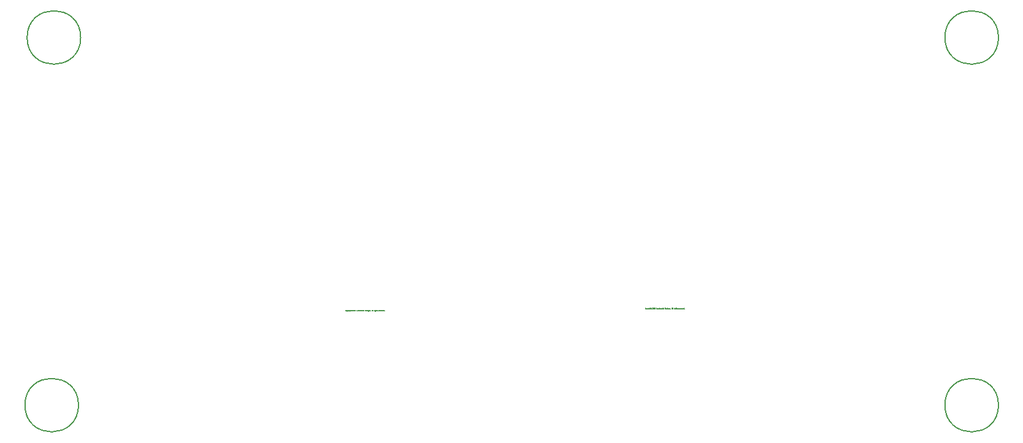
<source format=gbr>
G04 #@! TF.GenerationSoftware,KiCad,Pcbnew,(6.0.5)*
G04 #@! TF.CreationDate,2022-05-05T00:21:09-04:00*
G04 #@! TF.ProjectId,Teensy_16,5465656e-7379-45f3-9136-2e6b69636164,v1*
G04 #@! TF.SameCoordinates,Original*
G04 #@! TF.FileFunction,Other,Comment*
%FSLAX45Y45*%
G04 Gerber Fmt 4.5, Leading zero omitted, Abs format (unit mm)*
G04 Created by KiCad (PCBNEW (6.0.5)) date 2022-05-05 00:21:09*
%MOMM*%
%LPD*%
G01*
G04 APERTURE LIST*
%ADD10C,0.002000*%
%ADD11C,0.150000*%
G04 APERTURE END LIST*
D10*
X16309617Y-10377016D02*
X16309012Y-10377620D01*
X16307198Y-10378225D01*
X16305988Y-10378225D01*
X16304174Y-10377620D01*
X16302964Y-10376411D01*
X16302359Y-10375201D01*
X16301755Y-10372782D01*
X16301755Y-10370968D01*
X16302359Y-10368549D01*
X16302964Y-10367340D01*
X16304174Y-10366130D01*
X16305988Y-10365525D01*
X16307198Y-10365525D01*
X16309012Y-10366130D01*
X16309617Y-10366735D01*
X16316874Y-10378225D02*
X16315664Y-10377620D01*
X16315059Y-10377016D01*
X16314455Y-10375806D01*
X16314455Y-10372178D01*
X16315059Y-10370968D01*
X16315664Y-10370363D01*
X16316874Y-10369759D01*
X16318688Y-10369759D01*
X16319898Y-10370363D01*
X16320502Y-10370968D01*
X16321107Y-10372178D01*
X16321107Y-10375806D01*
X16320502Y-10377016D01*
X16319898Y-10377620D01*
X16318688Y-10378225D01*
X16316874Y-10378225D01*
X16326550Y-10369759D02*
X16326550Y-10382459D01*
X16326550Y-10370363D02*
X16327759Y-10369759D01*
X16330178Y-10369759D01*
X16331388Y-10370363D01*
X16331993Y-10370968D01*
X16332598Y-10372178D01*
X16332598Y-10375806D01*
X16331993Y-10377016D01*
X16331388Y-10377620D01*
X16330178Y-10378225D01*
X16327759Y-10378225D01*
X16326550Y-10377620D01*
X16336831Y-10369759D02*
X16339855Y-10378225D01*
X16342878Y-10369759D02*
X16339855Y-10378225D01*
X16338645Y-10381249D01*
X16338040Y-10381854D01*
X16336831Y-10382459D01*
X16347717Y-10378225D02*
X16347717Y-10369759D01*
X16347717Y-10372178D02*
X16348321Y-10370968D01*
X16348926Y-10370363D01*
X16350136Y-10369759D01*
X16351345Y-10369759D01*
X16355578Y-10378225D02*
X16355578Y-10369759D01*
X16355578Y-10365525D02*
X16354974Y-10366130D01*
X16355578Y-10366735D01*
X16356183Y-10366130D01*
X16355578Y-10365525D01*
X16355578Y-10366735D01*
X16367069Y-10369759D02*
X16367069Y-10380040D01*
X16366464Y-10381249D01*
X16365859Y-10381854D01*
X16364650Y-10382459D01*
X16362836Y-10382459D01*
X16361626Y-10381854D01*
X16367069Y-10377620D02*
X16365859Y-10378225D01*
X16363440Y-10378225D01*
X16362231Y-10377620D01*
X16361626Y-10377016D01*
X16361021Y-10375806D01*
X16361021Y-10372178D01*
X16361626Y-10370968D01*
X16362231Y-10370363D01*
X16363440Y-10369759D01*
X16365859Y-10369759D01*
X16367069Y-10370363D01*
X16373117Y-10378225D02*
X16373117Y-10365525D01*
X16378559Y-10378225D02*
X16378559Y-10371573D01*
X16377955Y-10370363D01*
X16376745Y-10369759D01*
X16374931Y-10369759D01*
X16373721Y-10370363D01*
X16373117Y-10370968D01*
X16382793Y-10369759D02*
X16387631Y-10369759D01*
X16384607Y-10365525D02*
X16384607Y-10376411D01*
X16385212Y-10377620D01*
X16386421Y-10378225D01*
X16387631Y-10378225D01*
X16400936Y-10366735D02*
X16401540Y-10366130D01*
X16402750Y-10365525D01*
X16405774Y-10365525D01*
X16406983Y-10366130D01*
X16407588Y-10366735D01*
X16408193Y-10367944D01*
X16408193Y-10369154D01*
X16407588Y-10370968D01*
X16400331Y-10378225D01*
X16408193Y-10378225D01*
X16416055Y-10365525D02*
X16417264Y-10365525D01*
X16418474Y-10366130D01*
X16419078Y-10366735D01*
X16419683Y-10367944D01*
X16420288Y-10370363D01*
X16420288Y-10373387D01*
X16419683Y-10375806D01*
X16419078Y-10377016D01*
X16418474Y-10377620D01*
X16417264Y-10378225D01*
X16416055Y-10378225D01*
X16414845Y-10377620D01*
X16414240Y-10377016D01*
X16413636Y-10375806D01*
X16413031Y-10373387D01*
X16413031Y-10370363D01*
X16413636Y-10367944D01*
X16414240Y-10366735D01*
X16414845Y-10366130D01*
X16416055Y-10365525D01*
X16432383Y-10378225D02*
X16425126Y-10378225D01*
X16428755Y-10378225D02*
X16428755Y-10365525D01*
X16427545Y-10367340D01*
X16426336Y-10368549D01*
X16425126Y-10369154D01*
X16443269Y-10365525D02*
X16440850Y-10365525D01*
X16439640Y-10366130D01*
X16439036Y-10366735D01*
X16437826Y-10368549D01*
X16437221Y-10370968D01*
X16437221Y-10375806D01*
X16437826Y-10377016D01*
X16438431Y-10377620D01*
X16439640Y-10378225D01*
X16442059Y-10378225D01*
X16443269Y-10377620D01*
X16443874Y-10377016D01*
X16444478Y-10375806D01*
X16444478Y-10372782D01*
X16443874Y-10371573D01*
X16443269Y-10370968D01*
X16442059Y-10370363D01*
X16439640Y-10370363D01*
X16438431Y-10370968D01*
X16437826Y-10371573D01*
X16437221Y-10372782D01*
X16458993Y-10374597D02*
X16465040Y-10374597D01*
X16457783Y-10378225D02*
X16462017Y-10365525D01*
X16466250Y-10378225D01*
X16475926Y-10377620D02*
X16474717Y-10378225D01*
X16472298Y-10378225D01*
X16471088Y-10377620D01*
X16470483Y-10377016D01*
X16469878Y-10375806D01*
X16469878Y-10372178D01*
X16470483Y-10370968D01*
X16471088Y-10370363D01*
X16472298Y-10369759D01*
X16474717Y-10369759D01*
X16475926Y-10370363D01*
X16486812Y-10377620D02*
X16485602Y-10378225D01*
X16483183Y-10378225D01*
X16481974Y-10377620D01*
X16481369Y-10377016D01*
X16480764Y-10375806D01*
X16480764Y-10372178D01*
X16481369Y-10370968D01*
X16481974Y-10370363D01*
X16483183Y-10369759D01*
X16485602Y-10369759D01*
X16486812Y-10370363D01*
X16497093Y-10377620D02*
X16495883Y-10378225D01*
X16493464Y-10378225D01*
X16492255Y-10377620D01*
X16491650Y-10376411D01*
X16491650Y-10371573D01*
X16492255Y-10370363D01*
X16493464Y-10369759D01*
X16495883Y-10369759D01*
X16497093Y-10370363D01*
X16497698Y-10371573D01*
X16497698Y-10372782D01*
X16491650Y-10373992D01*
X16504955Y-10378225D02*
X16503745Y-10377620D01*
X16503140Y-10376411D01*
X16503140Y-10365525D01*
X16514631Y-10377620D02*
X16513421Y-10378225D01*
X16511002Y-10378225D01*
X16509793Y-10377620D01*
X16509188Y-10376411D01*
X16509188Y-10371573D01*
X16509793Y-10370363D01*
X16511002Y-10369759D01*
X16513421Y-10369759D01*
X16514631Y-10370363D01*
X16515236Y-10371573D01*
X16515236Y-10372782D01*
X16509188Y-10373992D01*
X16520678Y-10378225D02*
X16520678Y-10369759D01*
X16520678Y-10372178D02*
X16521283Y-10370968D01*
X16521888Y-10370363D01*
X16523098Y-10369759D01*
X16524307Y-10369759D01*
X16533983Y-10378225D02*
X16533983Y-10371573D01*
X16533378Y-10370363D01*
X16532169Y-10369759D01*
X16529750Y-10369759D01*
X16528540Y-10370363D01*
X16533983Y-10377620D02*
X16532774Y-10378225D01*
X16529750Y-10378225D01*
X16528540Y-10377620D01*
X16527936Y-10376411D01*
X16527936Y-10375201D01*
X16528540Y-10373992D01*
X16529750Y-10373387D01*
X16532774Y-10373387D01*
X16533983Y-10372782D01*
X16538217Y-10369759D02*
X16543055Y-10369759D01*
X16540031Y-10365525D02*
X16540031Y-10376411D01*
X16540636Y-10377620D01*
X16541845Y-10378225D01*
X16543055Y-10378225D01*
X16552126Y-10377620D02*
X16550917Y-10378225D01*
X16548498Y-10378225D01*
X16547288Y-10377620D01*
X16546683Y-10376411D01*
X16546683Y-10371573D01*
X16547288Y-10370363D01*
X16548498Y-10369759D01*
X16550917Y-10369759D01*
X16552126Y-10370363D01*
X16552731Y-10371573D01*
X16552731Y-10372782D01*
X16546683Y-10373992D01*
X16563617Y-10378225D02*
X16563617Y-10365525D01*
X16563617Y-10377620D02*
X16562407Y-10378225D01*
X16559988Y-10378225D01*
X16558778Y-10377620D01*
X16558174Y-10377016D01*
X16557569Y-10375806D01*
X16557569Y-10372178D01*
X16558174Y-10370968D01*
X16558778Y-10370363D01*
X16559988Y-10369759D01*
X16562407Y-10369759D01*
X16563617Y-10370363D01*
X16579340Y-10378225D02*
X16579340Y-10365525D01*
X16582364Y-10365525D01*
X16584178Y-10366130D01*
X16585388Y-10367340D01*
X16585993Y-10368549D01*
X16586598Y-10370968D01*
X16586598Y-10372782D01*
X16585993Y-10375201D01*
X16585388Y-10376411D01*
X16584178Y-10377620D01*
X16582364Y-10378225D01*
X16579340Y-10378225D01*
X16596878Y-10377620D02*
X16595669Y-10378225D01*
X16593250Y-10378225D01*
X16592040Y-10377620D01*
X16591436Y-10376411D01*
X16591436Y-10371573D01*
X16592040Y-10370363D01*
X16593250Y-10369759D01*
X16595669Y-10369759D01*
X16596878Y-10370363D01*
X16597483Y-10371573D01*
X16597483Y-10372782D01*
X16591436Y-10373992D01*
X16602321Y-10377620D02*
X16603531Y-10378225D01*
X16605950Y-10378225D01*
X16607159Y-10377620D01*
X16607764Y-10376411D01*
X16607764Y-10375806D01*
X16607159Y-10374597D01*
X16605950Y-10373992D01*
X16604136Y-10373992D01*
X16602926Y-10373387D01*
X16602321Y-10372178D01*
X16602321Y-10371573D01*
X16602926Y-10370363D01*
X16604136Y-10369759D01*
X16605950Y-10369759D01*
X16607159Y-10370363D01*
X16613207Y-10378225D02*
X16613207Y-10369759D01*
X16613207Y-10365525D02*
X16612602Y-10366130D01*
X16613207Y-10366735D01*
X16613812Y-10366130D01*
X16613207Y-10365525D01*
X16613207Y-10366735D01*
X16624698Y-10369759D02*
X16624698Y-10380040D01*
X16624093Y-10381249D01*
X16623488Y-10381854D01*
X16622278Y-10382459D01*
X16620464Y-10382459D01*
X16619255Y-10381854D01*
X16624698Y-10377620D02*
X16623488Y-10378225D01*
X16621069Y-10378225D01*
X16619859Y-10377620D01*
X16619255Y-10377016D01*
X16618650Y-10375806D01*
X16618650Y-10372178D01*
X16619255Y-10370968D01*
X16619859Y-10370363D01*
X16621069Y-10369759D01*
X16623488Y-10369759D01*
X16624698Y-10370363D01*
X16630745Y-10369759D02*
X16630745Y-10378225D01*
X16630745Y-10370968D02*
X16631350Y-10370363D01*
X16632559Y-10369759D01*
X16634374Y-10369759D01*
X16635583Y-10370363D01*
X16636188Y-10371573D01*
X16636188Y-10378225D01*
X16641631Y-10377620D02*
X16642840Y-10378225D01*
X16645259Y-10378225D01*
X16646469Y-10377620D01*
X16647074Y-10376411D01*
X16647074Y-10375806D01*
X16646469Y-10374597D01*
X16645259Y-10373992D01*
X16643445Y-10373992D01*
X16642236Y-10373387D01*
X16641631Y-10372178D01*
X16641631Y-10371573D01*
X16642236Y-10370363D01*
X16643445Y-10369759D01*
X16645259Y-10369759D01*
X16646469Y-10370363D01*
X16652517Y-10377016D02*
X16653121Y-10377620D01*
X16652517Y-10378225D01*
X16651912Y-10377620D01*
X16652517Y-10377016D01*
X16652517Y-10378225D01*
X16667636Y-10374597D02*
X16673683Y-10374597D01*
X16666426Y-10378225D02*
X16670659Y-10365525D01*
X16674893Y-10378225D01*
X16680940Y-10378225D02*
X16679731Y-10377620D01*
X16679126Y-10376411D01*
X16679126Y-10365525D01*
X16687593Y-10378225D02*
X16686383Y-10377620D01*
X16685778Y-10376411D01*
X16685778Y-10365525D01*
X16702107Y-10378225D02*
X16702107Y-10369759D01*
X16702107Y-10372178D02*
X16702712Y-10370968D01*
X16703317Y-10370363D01*
X16704526Y-10369759D01*
X16705736Y-10369759D01*
X16709969Y-10378225D02*
X16709969Y-10369759D01*
X16709969Y-10365525D02*
X16709364Y-10366130D01*
X16709969Y-10366735D01*
X16710574Y-10366130D01*
X16709969Y-10365525D01*
X16709969Y-10366735D01*
X16721459Y-10369759D02*
X16721459Y-10380040D01*
X16720855Y-10381249D01*
X16720250Y-10381854D01*
X16719040Y-10382459D01*
X16717226Y-10382459D01*
X16716017Y-10381854D01*
X16721459Y-10377620D02*
X16720250Y-10378225D01*
X16717831Y-10378225D01*
X16716621Y-10377620D01*
X16716017Y-10377016D01*
X16715412Y-10375806D01*
X16715412Y-10372178D01*
X16716017Y-10370968D01*
X16716621Y-10370363D01*
X16717831Y-10369759D01*
X16720250Y-10369759D01*
X16721459Y-10370363D01*
X16727507Y-10378225D02*
X16727507Y-10365525D01*
X16732950Y-10378225D02*
X16732950Y-10371573D01*
X16732345Y-10370363D01*
X16731136Y-10369759D01*
X16729321Y-10369759D01*
X16728112Y-10370363D01*
X16727507Y-10370968D01*
X16737183Y-10369759D02*
X16742021Y-10369759D01*
X16738998Y-10365525D02*
X16738998Y-10376411D01*
X16739602Y-10377620D01*
X16740812Y-10378225D01*
X16742021Y-10378225D01*
X16745650Y-10377620D02*
X16746859Y-10378225D01*
X16749278Y-10378225D01*
X16750488Y-10377620D01*
X16751093Y-10376411D01*
X16751093Y-10375806D01*
X16750488Y-10374597D01*
X16749278Y-10373992D01*
X16747464Y-10373992D01*
X16746255Y-10373387D01*
X16745650Y-10372178D01*
X16745650Y-10371573D01*
X16746255Y-10370363D01*
X16747464Y-10369759D01*
X16749278Y-10369759D01*
X16750488Y-10370363D01*
X16766212Y-10378225D02*
X16766212Y-10369759D01*
X16766212Y-10372178D02*
X16766817Y-10370968D01*
X16767421Y-10370363D01*
X16768631Y-10369759D01*
X16769840Y-10369759D01*
X16778912Y-10377620D02*
X16777702Y-10378225D01*
X16775283Y-10378225D01*
X16774074Y-10377620D01*
X16773469Y-10376411D01*
X16773469Y-10371573D01*
X16774074Y-10370363D01*
X16775283Y-10369759D01*
X16777702Y-10369759D01*
X16778912Y-10370363D01*
X16779517Y-10371573D01*
X16779517Y-10372782D01*
X16773469Y-10373992D01*
X16784355Y-10377620D02*
X16785564Y-10378225D01*
X16787983Y-10378225D01*
X16789193Y-10377620D01*
X16789798Y-10376411D01*
X16789798Y-10375806D01*
X16789193Y-10374597D01*
X16787983Y-10373992D01*
X16786169Y-10373992D01*
X16784960Y-10373387D01*
X16784355Y-10372178D01*
X16784355Y-10371573D01*
X16784960Y-10370363D01*
X16786169Y-10369759D01*
X16787983Y-10369759D01*
X16789193Y-10370363D01*
X16800079Y-10377620D02*
X16798869Y-10378225D01*
X16796450Y-10378225D01*
X16795240Y-10377620D01*
X16794636Y-10376411D01*
X16794636Y-10371573D01*
X16795240Y-10370363D01*
X16796450Y-10369759D01*
X16798869Y-10369759D01*
X16800079Y-10370363D01*
X16800683Y-10371573D01*
X16800683Y-10372782D01*
X16794636Y-10373992D01*
X16806126Y-10378225D02*
X16806126Y-10369759D01*
X16806126Y-10372178D02*
X16806731Y-10370968D01*
X16807336Y-10370363D01*
X16808545Y-10369759D01*
X16809755Y-10369759D01*
X16812779Y-10369759D02*
X16815802Y-10378225D01*
X16818826Y-10369759D01*
X16828502Y-10377620D02*
X16827293Y-10378225D01*
X16824874Y-10378225D01*
X16823664Y-10377620D01*
X16823060Y-10376411D01*
X16823060Y-10371573D01*
X16823664Y-10370363D01*
X16824874Y-10369759D01*
X16827293Y-10369759D01*
X16828502Y-10370363D01*
X16829107Y-10371573D01*
X16829107Y-10372782D01*
X16823060Y-10373992D01*
X16839993Y-10378225D02*
X16839993Y-10365525D01*
X16839993Y-10377620D02*
X16838783Y-10378225D01*
X16836364Y-10378225D01*
X16835155Y-10377620D01*
X16834550Y-10377016D01*
X16833945Y-10375806D01*
X16833945Y-10372178D01*
X16834550Y-10370968D01*
X16835155Y-10370363D01*
X16836364Y-10369759D01*
X16838783Y-10369759D01*
X16839993Y-10370363D01*
X16846040Y-10377016D02*
X16846645Y-10377620D01*
X16846040Y-10378225D01*
X16845436Y-10377620D01*
X16846040Y-10377016D01*
X16846040Y-10378225D01*
X12169617Y-10409516D02*
X12169012Y-10410120D01*
X12167198Y-10410725D01*
X12165988Y-10410725D01*
X12164174Y-10410120D01*
X12162964Y-10408911D01*
X12162359Y-10407701D01*
X12161755Y-10405282D01*
X12161755Y-10403468D01*
X12162359Y-10401049D01*
X12162964Y-10399840D01*
X12164174Y-10398630D01*
X12165988Y-10398025D01*
X12167198Y-10398025D01*
X12169012Y-10398630D01*
X12169617Y-10399235D01*
X12176874Y-10410725D02*
X12175664Y-10410120D01*
X12175059Y-10409516D01*
X12174455Y-10408306D01*
X12174455Y-10404678D01*
X12175059Y-10403468D01*
X12175664Y-10402863D01*
X12176874Y-10402259D01*
X12178688Y-10402259D01*
X12179898Y-10402863D01*
X12180502Y-10403468D01*
X12181107Y-10404678D01*
X12181107Y-10408306D01*
X12180502Y-10409516D01*
X12179898Y-10410120D01*
X12178688Y-10410725D01*
X12176874Y-10410725D01*
X12186550Y-10402259D02*
X12186550Y-10414959D01*
X12186550Y-10402863D02*
X12187759Y-10402259D01*
X12190178Y-10402259D01*
X12191388Y-10402863D01*
X12191993Y-10403468D01*
X12192598Y-10404678D01*
X12192598Y-10408306D01*
X12191993Y-10409516D01*
X12191388Y-10410120D01*
X12190178Y-10410725D01*
X12187759Y-10410725D01*
X12186550Y-10410120D01*
X12196831Y-10402259D02*
X12199855Y-10410725D01*
X12202878Y-10402259D02*
X12199855Y-10410725D01*
X12198645Y-10413749D01*
X12198040Y-10414354D01*
X12196831Y-10414959D01*
X12207717Y-10410725D02*
X12207717Y-10402259D01*
X12207717Y-10404678D02*
X12208321Y-10403468D01*
X12208926Y-10402863D01*
X12210136Y-10402259D01*
X12211345Y-10402259D01*
X12215578Y-10410725D02*
X12215578Y-10402259D01*
X12215578Y-10398025D02*
X12214974Y-10398630D01*
X12215578Y-10399235D01*
X12216183Y-10398630D01*
X12215578Y-10398025D01*
X12215578Y-10399235D01*
X12227069Y-10402259D02*
X12227069Y-10412540D01*
X12226464Y-10413749D01*
X12225859Y-10414354D01*
X12224650Y-10414959D01*
X12222836Y-10414959D01*
X12221626Y-10414354D01*
X12227069Y-10410120D02*
X12225859Y-10410725D01*
X12223440Y-10410725D01*
X12222231Y-10410120D01*
X12221626Y-10409516D01*
X12221021Y-10408306D01*
X12221021Y-10404678D01*
X12221626Y-10403468D01*
X12222231Y-10402863D01*
X12223440Y-10402259D01*
X12225859Y-10402259D01*
X12227069Y-10402863D01*
X12233117Y-10410725D02*
X12233117Y-10398025D01*
X12238559Y-10410725D02*
X12238559Y-10404073D01*
X12237955Y-10402863D01*
X12236745Y-10402259D01*
X12234931Y-10402259D01*
X12233721Y-10402863D01*
X12233117Y-10403468D01*
X12242793Y-10402259D02*
X12247631Y-10402259D01*
X12244607Y-10398025D02*
X12244607Y-10408911D01*
X12245212Y-10410120D01*
X12246421Y-10410725D01*
X12247631Y-10410725D01*
X12260936Y-10399235D02*
X12261540Y-10398630D01*
X12262750Y-10398025D01*
X12265774Y-10398025D01*
X12266983Y-10398630D01*
X12267588Y-10399235D01*
X12268193Y-10400444D01*
X12268193Y-10401654D01*
X12267588Y-10403468D01*
X12260331Y-10410725D01*
X12268193Y-10410725D01*
X12276055Y-10398025D02*
X12277264Y-10398025D01*
X12278474Y-10398630D01*
X12279078Y-10399235D01*
X12279683Y-10400444D01*
X12280288Y-10402863D01*
X12280288Y-10405887D01*
X12279683Y-10408306D01*
X12279078Y-10409516D01*
X12278474Y-10410120D01*
X12277264Y-10410725D01*
X12276055Y-10410725D01*
X12274845Y-10410120D01*
X12274240Y-10409516D01*
X12273636Y-10408306D01*
X12273031Y-10405887D01*
X12273031Y-10402863D01*
X12273636Y-10400444D01*
X12274240Y-10399235D01*
X12274845Y-10398630D01*
X12276055Y-10398025D01*
X12292383Y-10410725D02*
X12285126Y-10410725D01*
X12288755Y-10410725D02*
X12288755Y-10398025D01*
X12287545Y-10399840D01*
X12286336Y-10401049D01*
X12285126Y-10401654D01*
X12303269Y-10398025D02*
X12300850Y-10398025D01*
X12299640Y-10398630D01*
X12299036Y-10399235D01*
X12297826Y-10401049D01*
X12297221Y-10403468D01*
X12297221Y-10408306D01*
X12297826Y-10409516D01*
X12298431Y-10410120D01*
X12299640Y-10410725D01*
X12302059Y-10410725D01*
X12303269Y-10410120D01*
X12303874Y-10409516D01*
X12304478Y-10408306D01*
X12304478Y-10405282D01*
X12303874Y-10404073D01*
X12303269Y-10403468D01*
X12302059Y-10402863D01*
X12299640Y-10402863D01*
X12298431Y-10403468D01*
X12297826Y-10404073D01*
X12297221Y-10405282D01*
X12318993Y-10407097D02*
X12325040Y-10407097D01*
X12317783Y-10410725D02*
X12322017Y-10398025D01*
X12326250Y-10410725D01*
X12335926Y-10410120D02*
X12334717Y-10410725D01*
X12332298Y-10410725D01*
X12331088Y-10410120D01*
X12330483Y-10409516D01*
X12329878Y-10408306D01*
X12329878Y-10404678D01*
X12330483Y-10403468D01*
X12331088Y-10402863D01*
X12332298Y-10402259D01*
X12334717Y-10402259D01*
X12335926Y-10402863D01*
X12346812Y-10410120D02*
X12345602Y-10410725D01*
X12343183Y-10410725D01*
X12341974Y-10410120D01*
X12341369Y-10409516D01*
X12340764Y-10408306D01*
X12340764Y-10404678D01*
X12341369Y-10403468D01*
X12341974Y-10402863D01*
X12343183Y-10402259D01*
X12345602Y-10402259D01*
X12346812Y-10402863D01*
X12357093Y-10410120D02*
X12355883Y-10410725D01*
X12353464Y-10410725D01*
X12352255Y-10410120D01*
X12351650Y-10408911D01*
X12351650Y-10404073D01*
X12352255Y-10402863D01*
X12353464Y-10402259D01*
X12355883Y-10402259D01*
X12357093Y-10402863D01*
X12357698Y-10404073D01*
X12357698Y-10405282D01*
X12351650Y-10406492D01*
X12364955Y-10410725D02*
X12363745Y-10410120D01*
X12363140Y-10408911D01*
X12363140Y-10398025D01*
X12374631Y-10410120D02*
X12373421Y-10410725D01*
X12371002Y-10410725D01*
X12369793Y-10410120D01*
X12369188Y-10408911D01*
X12369188Y-10404073D01*
X12369793Y-10402863D01*
X12371002Y-10402259D01*
X12373421Y-10402259D01*
X12374631Y-10402863D01*
X12375236Y-10404073D01*
X12375236Y-10405282D01*
X12369188Y-10406492D01*
X12380678Y-10410725D02*
X12380678Y-10402259D01*
X12380678Y-10404678D02*
X12381283Y-10403468D01*
X12381888Y-10402863D01*
X12383098Y-10402259D01*
X12384307Y-10402259D01*
X12393983Y-10410725D02*
X12393983Y-10404073D01*
X12393378Y-10402863D01*
X12392169Y-10402259D01*
X12389750Y-10402259D01*
X12388540Y-10402863D01*
X12393983Y-10410120D02*
X12392774Y-10410725D01*
X12389750Y-10410725D01*
X12388540Y-10410120D01*
X12387936Y-10408911D01*
X12387936Y-10407701D01*
X12388540Y-10406492D01*
X12389750Y-10405887D01*
X12392774Y-10405887D01*
X12393983Y-10405282D01*
X12398217Y-10402259D02*
X12403055Y-10402259D01*
X12400031Y-10398025D02*
X12400031Y-10408911D01*
X12400636Y-10410120D01*
X12401845Y-10410725D01*
X12403055Y-10410725D01*
X12412126Y-10410120D02*
X12410917Y-10410725D01*
X12408498Y-10410725D01*
X12407288Y-10410120D01*
X12406683Y-10408911D01*
X12406683Y-10404073D01*
X12407288Y-10402863D01*
X12408498Y-10402259D01*
X12410917Y-10402259D01*
X12412126Y-10402863D01*
X12412731Y-10404073D01*
X12412731Y-10405282D01*
X12406683Y-10406492D01*
X12423617Y-10410725D02*
X12423617Y-10398025D01*
X12423617Y-10410120D02*
X12422407Y-10410725D01*
X12419988Y-10410725D01*
X12418778Y-10410120D01*
X12418174Y-10409516D01*
X12417569Y-10408306D01*
X12417569Y-10404678D01*
X12418174Y-10403468D01*
X12418778Y-10402863D01*
X12419988Y-10402259D01*
X12422407Y-10402259D01*
X12423617Y-10402863D01*
X12439340Y-10410725D02*
X12439340Y-10398025D01*
X12442364Y-10398025D01*
X12444178Y-10398630D01*
X12445388Y-10399840D01*
X12445993Y-10401049D01*
X12446598Y-10403468D01*
X12446598Y-10405282D01*
X12445993Y-10407701D01*
X12445388Y-10408911D01*
X12444178Y-10410120D01*
X12442364Y-10410725D01*
X12439340Y-10410725D01*
X12456878Y-10410120D02*
X12455669Y-10410725D01*
X12453250Y-10410725D01*
X12452040Y-10410120D01*
X12451436Y-10408911D01*
X12451436Y-10404073D01*
X12452040Y-10402863D01*
X12453250Y-10402259D01*
X12455669Y-10402259D01*
X12456878Y-10402863D01*
X12457483Y-10404073D01*
X12457483Y-10405282D01*
X12451436Y-10406492D01*
X12462321Y-10410120D02*
X12463531Y-10410725D01*
X12465950Y-10410725D01*
X12467159Y-10410120D01*
X12467764Y-10408911D01*
X12467764Y-10408306D01*
X12467159Y-10407097D01*
X12465950Y-10406492D01*
X12464136Y-10406492D01*
X12462926Y-10405887D01*
X12462321Y-10404678D01*
X12462321Y-10404073D01*
X12462926Y-10402863D01*
X12464136Y-10402259D01*
X12465950Y-10402259D01*
X12467159Y-10402863D01*
X12473207Y-10410725D02*
X12473207Y-10402259D01*
X12473207Y-10398025D02*
X12472602Y-10398630D01*
X12473207Y-10399235D01*
X12473812Y-10398630D01*
X12473207Y-10398025D01*
X12473207Y-10399235D01*
X12484698Y-10402259D02*
X12484698Y-10412540D01*
X12484093Y-10413749D01*
X12483488Y-10414354D01*
X12482278Y-10414959D01*
X12480464Y-10414959D01*
X12479255Y-10414354D01*
X12484698Y-10410120D02*
X12483488Y-10410725D01*
X12481069Y-10410725D01*
X12479859Y-10410120D01*
X12479255Y-10409516D01*
X12478650Y-10408306D01*
X12478650Y-10404678D01*
X12479255Y-10403468D01*
X12479859Y-10402863D01*
X12481069Y-10402259D01*
X12483488Y-10402259D01*
X12484698Y-10402863D01*
X12490745Y-10402259D02*
X12490745Y-10410725D01*
X12490745Y-10403468D02*
X12491350Y-10402863D01*
X12492559Y-10402259D01*
X12494374Y-10402259D01*
X12495583Y-10402863D01*
X12496188Y-10404073D01*
X12496188Y-10410725D01*
X12501631Y-10410120D02*
X12502840Y-10410725D01*
X12505259Y-10410725D01*
X12506469Y-10410120D01*
X12507074Y-10408911D01*
X12507074Y-10408306D01*
X12506469Y-10407097D01*
X12505259Y-10406492D01*
X12503445Y-10406492D01*
X12502236Y-10405887D01*
X12501631Y-10404678D01*
X12501631Y-10404073D01*
X12502236Y-10402863D01*
X12503445Y-10402259D01*
X12505259Y-10402259D01*
X12506469Y-10402863D01*
X12512517Y-10409516D02*
X12513121Y-10410120D01*
X12512517Y-10410725D01*
X12511912Y-10410120D01*
X12512517Y-10409516D01*
X12512517Y-10410725D01*
X12527636Y-10407097D02*
X12533683Y-10407097D01*
X12526426Y-10410725D02*
X12530659Y-10398025D01*
X12534893Y-10410725D01*
X12540940Y-10410725D02*
X12539731Y-10410120D01*
X12539126Y-10408911D01*
X12539126Y-10398025D01*
X12547593Y-10410725D02*
X12546383Y-10410120D01*
X12545778Y-10408911D01*
X12545778Y-10398025D01*
X12562107Y-10410725D02*
X12562107Y-10402259D01*
X12562107Y-10404678D02*
X12562712Y-10403468D01*
X12563317Y-10402863D01*
X12564526Y-10402259D01*
X12565736Y-10402259D01*
X12569969Y-10410725D02*
X12569969Y-10402259D01*
X12569969Y-10398025D02*
X12569364Y-10398630D01*
X12569969Y-10399235D01*
X12570574Y-10398630D01*
X12569969Y-10398025D01*
X12569969Y-10399235D01*
X12581459Y-10402259D02*
X12581459Y-10412540D01*
X12580855Y-10413749D01*
X12580250Y-10414354D01*
X12579040Y-10414959D01*
X12577226Y-10414959D01*
X12576017Y-10414354D01*
X12581459Y-10410120D02*
X12580250Y-10410725D01*
X12577831Y-10410725D01*
X12576621Y-10410120D01*
X12576017Y-10409516D01*
X12575412Y-10408306D01*
X12575412Y-10404678D01*
X12576017Y-10403468D01*
X12576621Y-10402863D01*
X12577831Y-10402259D01*
X12580250Y-10402259D01*
X12581459Y-10402863D01*
X12587507Y-10410725D02*
X12587507Y-10398025D01*
X12592950Y-10410725D02*
X12592950Y-10404073D01*
X12592345Y-10402863D01*
X12591136Y-10402259D01*
X12589321Y-10402259D01*
X12588112Y-10402863D01*
X12587507Y-10403468D01*
X12597183Y-10402259D02*
X12602021Y-10402259D01*
X12598998Y-10398025D02*
X12598998Y-10408911D01*
X12599602Y-10410120D01*
X12600812Y-10410725D01*
X12602021Y-10410725D01*
X12605650Y-10410120D02*
X12606859Y-10410725D01*
X12609278Y-10410725D01*
X12610488Y-10410120D01*
X12611093Y-10408911D01*
X12611093Y-10408306D01*
X12610488Y-10407097D01*
X12609278Y-10406492D01*
X12607464Y-10406492D01*
X12606255Y-10405887D01*
X12605650Y-10404678D01*
X12605650Y-10404073D01*
X12606255Y-10402863D01*
X12607464Y-10402259D01*
X12609278Y-10402259D01*
X12610488Y-10402863D01*
X12626212Y-10410725D02*
X12626212Y-10402259D01*
X12626212Y-10404678D02*
X12626817Y-10403468D01*
X12627421Y-10402863D01*
X12628631Y-10402259D01*
X12629840Y-10402259D01*
X12638912Y-10410120D02*
X12637702Y-10410725D01*
X12635283Y-10410725D01*
X12634074Y-10410120D01*
X12633469Y-10408911D01*
X12633469Y-10404073D01*
X12634074Y-10402863D01*
X12635283Y-10402259D01*
X12637702Y-10402259D01*
X12638912Y-10402863D01*
X12639517Y-10404073D01*
X12639517Y-10405282D01*
X12633469Y-10406492D01*
X12644355Y-10410120D02*
X12645564Y-10410725D01*
X12647983Y-10410725D01*
X12649193Y-10410120D01*
X12649798Y-10408911D01*
X12649798Y-10408306D01*
X12649193Y-10407097D01*
X12647983Y-10406492D01*
X12646169Y-10406492D01*
X12644959Y-10405887D01*
X12644355Y-10404678D01*
X12644355Y-10404073D01*
X12644959Y-10402863D01*
X12646169Y-10402259D01*
X12647983Y-10402259D01*
X12649193Y-10402863D01*
X12660078Y-10410120D02*
X12658869Y-10410725D01*
X12656450Y-10410725D01*
X12655240Y-10410120D01*
X12654636Y-10408911D01*
X12654636Y-10404073D01*
X12655240Y-10402863D01*
X12656450Y-10402259D01*
X12658869Y-10402259D01*
X12660078Y-10402863D01*
X12660683Y-10404073D01*
X12660683Y-10405282D01*
X12654636Y-10406492D01*
X12666126Y-10410725D02*
X12666126Y-10402259D01*
X12666126Y-10404678D02*
X12666731Y-10403468D01*
X12667336Y-10402863D01*
X12668545Y-10402259D01*
X12669755Y-10402259D01*
X12672778Y-10402259D02*
X12675802Y-10410725D01*
X12678826Y-10402259D01*
X12688502Y-10410120D02*
X12687293Y-10410725D01*
X12684874Y-10410725D01*
X12683664Y-10410120D01*
X12683059Y-10408911D01*
X12683059Y-10404073D01*
X12683664Y-10402863D01*
X12684874Y-10402259D01*
X12687293Y-10402259D01*
X12688502Y-10402863D01*
X12689107Y-10404073D01*
X12689107Y-10405282D01*
X12683059Y-10406492D01*
X12699993Y-10410725D02*
X12699993Y-10398025D01*
X12699993Y-10410120D02*
X12698783Y-10410725D01*
X12696364Y-10410725D01*
X12695155Y-10410120D01*
X12694550Y-10409516D01*
X12693945Y-10408306D01*
X12693945Y-10404678D01*
X12694550Y-10403468D01*
X12695155Y-10402863D01*
X12696364Y-10402259D01*
X12698783Y-10402259D01*
X12699993Y-10402863D01*
X12706040Y-10409516D02*
X12706645Y-10410120D01*
X12706040Y-10410725D01*
X12705436Y-10410120D01*
X12706040Y-10409516D01*
X12706040Y-10410725D01*
D11*
X8512760Y-6631860D02*
G75*
G03*
X8512760Y-6631860I-370000J0D01*
G01*
X8482760Y-11711860D02*
G75*
G03*
X8482760Y-11711860I-370000J0D01*
G01*
X21182760Y-11711860D02*
G75*
G03*
X21182760Y-11711860I-370000J0D01*
G01*
X21182760Y-6631861D02*
G75*
G03*
X21182760Y-6631861I-370000J0D01*
G01*
M02*

</source>
